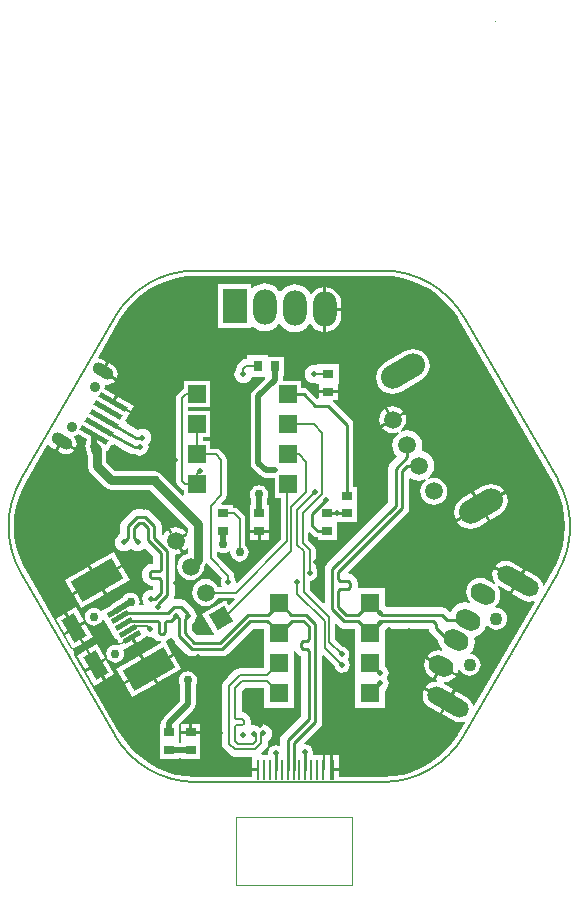
<source format=gtl>
%FSLAX25Y25*%
%MOIN*%
G70*
G01*
G75*
G04 Layer_Physical_Order=1*
G04 Layer_Color=255*
%ADD10R,0.05906X0.05906*%
%ADD11R,0.03347X0.02756*%
G04:AMPARAMS|DCode=12|XSize=62.99mil|YSize=17.72mil|CornerRadius=0mil|HoleSize=0mil|Usage=FLASHONLY|Rotation=210.000|XOffset=0mil|YOffset=0mil|HoleType=Round|Shape=Rectangle|*
%AMROTATEDRECTD12*
4,1,4,0.02285,0.02342,0.03171,0.00808,-0.02285,-0.02342,-0.03171,-0.00808,0.02285,0.02342,0.0*
%
%ADD12ROTATEDRECTD12*%

G04:AMPARAMS|DCode=13|XSize=86.61mil|YSize=47.24mil|CornerRadius=0mil|HoleSize=0mil|Usage=FLASHONLY|Rotation=300.000|XOffset=0mil|YOffset=0mil|HoleType=Round|Shape=Rectangle|*
%AMROTATEDRECTD13*
4,1,4,-0.04211,0.02569,-0.00120,0.04932,0.04211,-0.02569,0.00120,-0.04932,-0.04211,0.02569,0.0*
%
%ADD13ROTATEDRECTD13*%

G04:AMPARAMS|DCode=14|XSize=157.48mil|YSize=78.74mil|CornerRadius=0mil|HoleSize=0mil|Usage=FLASHONLY|Rotation=30.000|XOffset=0mil|YOffset=0mil|HoleType=Round|Shape=Rectangle|*
%AMROTATEDRECTD14*
4,1,4,-0.04851,-0.07347,-0.08788,-0.00528,0.04851,0.07347,0.08788,0.00528,-0.04851,-0.07347,0.0*
%
%ADD14ROTATEDRECTD14*%

%ADD15R,0.02756X0.03347*%
G04:AMPARAMS|DCode=16|XSize=102.36mil|YSize=17.72mil|CornerRadius=0mil|HoleSize=0mil|Usage=FLASHONLY|Rotation=330.000|XOffset=0mil|YOffset=0mil|HoleType=Round|Shape=Rectangle|*
%AMROTATEDRECTD16*
4,1,4,-0.04875,0.01792,-0.03990,0.03326,0.04875,-0.01792,0.03990,-0.03326,-0.04875,0.01792,0.0*
%
%ADD16ROTATEDRECTD16*%

%ADD17R,0.00984X0.07087*%
%ADD18R,0.00984X0.07087*%
%ADD19R,0.01772X0.07087*%
%ADD20C,0.03000*%
%ADD21C,0.02000*%
%ADD22C,0.01000*%
%ADD23C,0.00800*%
%ADD24C,0.00600*%
%ADD25C,0.00250*%
%ADD26C,0.00500*%
%ADD27O,0.07874X0.11811*%
%ADD28R,0.07874X0.11811*%
%ADD29C,0.02953*%
%ADD30P,0.08352X4X165.0*%
%ADD31C,0.05906*%
G04:AMPARAMS|DCode=32|XSize=157.48mil|YSize=78.74mil|CornerRadius=0mil|HoleSize=0mil|Usage=FLASHONLY|Rotation=210.000|XOffset=0mil|YOffset=0mil|HoleType=Round|Shape=Round|*
%AMOVALD32*
21,1,0.07874,0.07874,0.00000,0.00000,210.0*
1,1,0.07874,0.03410,0.01969*
1,1,0.07874,-0.03410,-0.01969*
%
%ADD32OVALD32*%

%ADD33C,0.04331*%
G04:AMPARAMS|DCode=34|XSize=150mil|YSize=60mil|CornerRadius=0mil|HoleSize=0mil|Usage=FLASHONLY|Rotation=150.000|XOffset=0mil|YOffset=0mil|HoleType=Round|Shape=Round|*
%AMOVALD34*
21,1,0.09000,0.06000,0.00000,0.00000,150.0*
1,1,0.06000,0.03897,-0.02250*
1,1,0.06000,-0.03897,0.02250*
%
%ADD34OVALD34*%

G04:AMPARAMS|DCode=35|XSize=86.61mil|YSize=62.99mil|CornerRadius=0mil|HoleSize=0mil|Usage=FLASHONLY|Rotation=150.000|XOffset=0mil|YOffset=0mil|HoleType=Round|Shape=Round|*
%AMOVALD35*
21,1,0.02362,0.06299,0.00000,0.00000,150.0*
1,1,0.06299,0.01023,-0.00591*
1,1,0.06299,-0.01023,0.00591*
%
%ADD35OVALD35*%

%ADD36C,0.03543*%
G04:AMPARAMS|DCode=37|XSize=74.8mil|YSize=39.37mil|CornerRadius=0mil|HoleSize=0mil|Usage=FLASHONLY|Rotation=330.000|XOffset=0mil|YOffset=0mil|HoleType=Round|Shape=Round|*
%AMOVALD37*
21,1,0.03543,0.03937,0.00000,0.00000,330.0*
1,1,0.03937,-0.01534,0.00886*
1,1,0.03937,0.01534,-0.00886*
%
%ADD37OVALD37*%

%ADD38C,0.02000*%
%ADD39C,0.03000*%
%ADD40C,0.00100*%
G36*
X391751Y321917D02*
Y321111D01*
X391664Y320998D01*
X391362Y320268D01*
X391259Y319485D01*
X391362Y318702D01*
X391664Y317972D01*
X391760Y317846D01*
X391751Y317800D01*
X391945Y316825D01*
X392174Y316482D01*
Y312800D01*
X392277Y312017D01*
X392491Y311501D01*
X392580Y311287D01*
X393060Y310660D01*
X393931Y309790D01*
X394260Y309360D01*
X394690Y309031D01*
X397855Y305866D01*
X398481Y305385D01*
X398695Y305296D01*
X399211Y305083D01*
X399994Y304980D01*
X412995D01*
X425674Y292300D01*
Y290503D01*
X425201Y290342D01*
X425290Y290226D01*
X425483Y289760D01*
X422083Y287798D01*
X424046Y284398D01*
X424576Y284805D01*
X425201Y285619D01*
X425674Y285459D01*
Y283716D01*
X425238Y283659D01*
X424154Y283210D01*
X423224Y282496D01*
X422510Y281566D01*
X422062Y280483D01*
X421909Y279321D01*
X422062Y278158D01*
X422510Y277075D01*
X423224Y276145D01*
X424154Y275431D01*
X425238Y274982D01*
X426400Y274829D01*
X427562Y274982D01*
X428646Y275431D01*
X429576Y276145D01*
X430289Y277075D01*
X430738Y278158D01*
X430891Y279321D01*
X430866Y279515D01*
X431112Y279836D01*
X431320Y280108D01*
X431446Y280410D01*
X431450Y280420D01*
X431940Y280518D01*
X436940Y275518D01*
X436645Y275076D01*
X436451Y274100D01*
X436645Y273125D01*
X436771Y272937D01*
X436535Y272496D01*
X435459D01*
X435289Y272906D01*
X434576Y273836D01*
X433646Y274550D01*
X432562Y274998D01*
X431400Y275151D01*
X430238Y274998D01*
X429154Y274550D01*
X428224Y273836D01*
X427510Y272906D01*
X427062Y271823D01*
X426909Y270660D01*
X427062Y269498D01*
X427510Y268415D01*
X428224Y267484D01*
X429154Y266771D01*
X430238Y266322D01*
X431400Y266169D01*
X432562Y266322D01*
X433646Y266771D01*
X434576Y267484D01*
X435289Y268415D01*
X435459Y268825D01*
X440976D01*
X441168Y268363D01*
X439366Y266562D01*
X438870Y266627D01*
X438030Y268083D01*
X430317Y263630D01*
X434213Y256882D01*
X433963Y256449D01*
X428656D01*
X426949Y258156D01*
Y260207D01*
X427540Y260660D01*
X428020Y261287D01*
X428323Y262017D01*
X428426Y262800D01*
X428323Y263583D01*
X428020Y264313D01*
X427581Y264885D01*
X427202Y265452D01*
X425052Y267602D01*
X424226Y268155D01*
X423250Y268349D01*
X421087D01*
X420851Y268790D01*
X420855Y268796D01*
X421049Y269772D01*
Y283182D01*
X421400Y283490D01*
X422562Y283643D01*
X423180Y283898D01*
X420967Y287730D01*
D01*
X420441Y288642D01*
X420992Y288274D01*
X421671Y288139D01*
X421675Y288138D01*
X422358Y288274D01*
X422937Y288661D01*
X423323Y289240D01*
X423420Y289724D01*
X424983Y290626D01*
X424576Y291157D01*
X423646Y291870D01*
X422562Y292319D01*
X421400Y292472D01*
X420238Y292319D01*
X419620Y292063D01*
X420260Y290955D01*
X420026Y290605D01*
X419890Y289922D01*
X419989Y289424D01*
X418754Y291563D01*
X418224Y291157D01*
X417511Y290226D01*
X417376Y289901D01*
X417135Y289853D01*
X416749Y290170D01*
Y292928D01*
X416555Y293904D01*
X416002Y294731D01*
X413131Y297602D01*
X412304Y298155D01*
X411328Y298349D01*
X408372D01*
X407396Y298155D01*
X406569Y297602D01*
X403698Y294731D01*
X403145Y293904D01*
X402951Y292928D01*
Y290130D01*
X402687Y290020D01*
X402060Y289540D01*
X401580Y288913D01*
X401277Y288183D01*
X401174Y287400D01*
X401277Y286617D01*
X401580Y285887D01*
X402060Y285260D01*
X402687Y284780D01*
X403417Y284477D01*
X404200Y284374D01*
X404983Y284477D01*
X405713Y284780D01*
X406340Y285260D01*
X406660D01*
X407287Y284780D01*
X408017Y284477D01*
X408800Y284374D01*
X409583Y284477D01*
X410313Y284780D01*
X410940Y285260D01*
X411362Y285288D01*
X413951Y282699D01*
Y280249D01*
X413356D01*
X412380Y280055D01*
X411553Y279502D01*
X411003Y278952D01*
X410451Y278126D01*
X410257Y277150D01*
Y276050D01*
X410257Y276050D01*
X410257D01*
X410451Y275075D01*
X411003Y274248D01*
X411553Y273698D01*
X412380Y273145D01*
X413356Y272951D01*
X413951D01*
Y271919D01*
X413575Y271590D01*
X413300Y271626D01*
X412517Y271523D01*
X411787Y271220D01*
X411160Y270740D01*
X410679Y270113D01*
X410377Y269383D01*
X410274Y268600D01*
X410377Y267817D01*
X410679Y267087D01*
X410825Y266897D01*
X410604Y266449D01*
X409654D01*
X409324Y266825D01*
X409426Y267600D01*
X409323Y268383D01*
X409021Y269113D01*
X408540Y269740D01*
X407913Y270220D01*
X407183Y270523D01*
X406400Y270626D01*
X405617Y270523D01*
X404887Y270220D01*
X404260Y269740D01*
X403780Y269113D01*
X403672Y268854D01*
X400315Y266809D01*
X399766Y266305D01*
X396522Y264432D01*
X396301Y264720D01*
X395679Y265197D01*
X394955Y265497D01*
X394179Y265599D01*
X393402Y265497D01*
X392677Y265197D01*
X392056Y264720D01*
X391579Y264098D01*
X391279Y263374D01*
X391176Y262597D01*
X391279Y261820D01*
X391579Y261096D01*
X392056Y260474D01*
X392677Y259997D01*
X393402Y259697D01*
X394179Y259595D01*
X394955Y259697D01*
X395679Y259997D01*
X396301Y260474D01*
X396778Y261096D01*
X396962Y261540D01*
X397461Y261573D01*
X399904Y257342D01*
X399904Y257342D01*
X401183Y255126D01*
X401310Y255199D01*
X401793Y255070D01*
X402646Y253593D01*
X406673Y255918D01*
X406759Y255769D01*
X407192Y256018D01*
X408385Y253951D01*
X411979Y256026D01*
X411979Y256026D01*
X411979Y256026D01*
X412009Y256055D01*
X412024Y256045D01*
X413000Y255851D01*
X413675Y255985D01*
X413898Y255651D01*
X414448Y255101D01*
X414448D01*
X414448Y255101D01*
X414448Y255101D01*
Y255101D01*
X415274Y254549D01*
X416250Y254355D01*
X416488D01*
X416617Y253872D01*
X410137Y250130D01*
X412605Y245855D01*
X420290Y250292D01*
X418098Y254089D01*
X418304Y254545D01*
X418326Y254549D01*
X419152Y255101D01*
X419485Y255434D01*
X419664Y255470D01*
X420033Y255358D01*
X420045Y255296D01*
X420598Y254469D01*
X424969Y250098D01*
X424969D01*
X424969Y250098D01*
X424969Y250098D01*
Y250098D01*
X425796Y249545D01*
X426772Y249351D01*
X437000D01*
X437976Y249545D01*
X438802Y250098D01*
X447356Y258651D01*
X450793D01*
Y252147D01*
X450793Y252147D01*
X450793Y252053D01*
X450793D01*
Y245447D01*
X442754D01*
X441818Y245261D01*
X441024Y244730D01*
X438717Y242423D01*
X438717Y242423D01*
X438717Y242423D01*
D01*
X438717Y242423D01*
X437570Y241276D01*
X437039Y240482D01*
X437008Y240327D01*
X436853Y239546D01*
Y237000D01*
Y235800D01*
Y220200D01*
X437008Y219419D01*
X437039Y219264D01*
X437570Y218470D01*
X439370Y216670D01*
X439900Y216315D01*
X440164Y216139D01*
X441100Y215953D01*
X446908D01*
Y212000D01*
X448876D01*
Y211000D01*
X446908D01*
Y209284D01*
X428100D01*
X427980Y209260D01*
X424803Y209439D01*
X421548Y209992D01*
X418375Y210906D01*
X415324Y212170D01*
X412434Y213767D01*
X409741Y215678D01*
X407279Y217878D01*
X405078Y220340D01*
X403167Y223033D01*
X402635Y223997D01*
X402626Y223992D01*
X387643Y249943D01*
X387678Y250119D01*
X387542Y250802D01*
X387155Y251381D01*
D01*
X387096Y251678D01*
X387203Y251837D01*
D01*
D01*
X387203D01*
X387226Y251850D01*
X387509Y252014D01*
X387509Y252014D01*
X390114Y253518D01*
X387449Y258135D01*
X384537Y256453D01*
X387026Y252143D01*
D01*
X387110Y251997D01*
X387080Y251968D01*
D01*
X386980Y251874D01*
X386485Y251948D01*
X371431Y278022D01*
X371435Y278036D01*
X371435Y278036D01*
X371435Y278036D01*
X370371Y279963D01*
X369107Y283013D01*
X368193Y286187D01*
X367640Y289442D01*
X367455Y292739D01*
X367640Y296036D01*
X368193Y299291D01*
X369107Y302464D01*
X370371Y305515D01*
X371435Y307441D01*
X371435Y307441D01*
X371435Y307441D01*
X371431Y307456D01*
X378587Y319849D01*
X379086Y319882D01*
X379376Y319504D01*
X380100Y318948D01*
X381201Y318313D01*
X382951Y321343D01*
X383383Y321094D01*
X383633Y321526D01*
X388141Y318923D01*
X388297Y319301D01*
X388416Y320206D01*
X388297Y321112D01*
X387948Y321956D01*
X387392Y322680D01*
X387403Y322724D01*
X387646Y322756D01*
X388442Y323086D01*
X388993Y323509D01*
X391751Y321917D01*
D02*
G37*
G36*
X461487Y250773D02*
X462112Y250148D01*
X462939Y249595D01*
X463151Y249553D01*
Y229456D01*
X456909Y223213D01*
X456356Y222387D01*
X456162Y221411D01*
Y219868D01*
X455775Y219550D01*
X454806Y219743D01*
X453830Y219549D01*
X453003Y218997D01*
X452451Y218170D01*
X452256Y217195D01*
X452309Y216930D01*
X451992Y216543D01*
X450103D01*
X449911Y217005D01*
X451580Y218674D01*
X452111Y219468D01*
X452297Y220404D01*
Y221298D01*
X452640Y221560D01*
X453121Y222187D01*
X453423Y222917D01*
X453526Y223700D01*
X453423Y224483D01*
X453121Y225213D01*
X452640Y225840D01*
X452013Y226321D01*
X451283Y226623D01*
X450500Y226726D01*
X449717Y226623D01*
X448987Y226321D01*
X448707Y226106D01*
X448183Y226323D01*
X447400Y226426D01*
X446831Y226351D01*
X446489Y226716D01*
X446526Y226900D01*
X446526Y226900D01*
X446526Y226900D01*
Y226900D01*
Y227900D01*
X446339Y228836D01*
X445809Y229630D01*
X445309Y230130D01*
X444515Y230661D01*
X444360Y230692D01*
X443579Y230847D01*
X443547D01*
Y236000D01*
Y237786D01*
X444514Y238753D01*
X450793D01*
Y232147D01*
X460698D01*
Y242053D01*
D01*
Y242053D01*
X460698Y242053D01*
Y242147D01*
X460698D01*
Y251092D01*
X461177Y251237D01*
X461487Y250773D01*
D02*
G37*
G36*
X493796Y376039D02*
X497051Y375486D01*
X500224Y374571D01*
X503275Y373308D01*
X506165Y371710D01*
X508858Y369800D01*
X511320Y367599D01*
X513521Y365137D01*
X515432Y362444D01*
X515964Y361480D01*
X515974Y361486D01*
X547168Y307456D01*
X547164Y307441D01*
X547164Y307441D01*
X547164Y307441D01*
X548229Y305515D01*
X549492Y302464D01*
X550406Y299291D01*
X550959Y296036D01*
X551145Y292739D01*
X550959Y289442D01*
X550406Y286187D01*
X549492Y283013D01*
X548229Y279963D01*
X547164Y278036D01*
X547164Y278036D01*
X547164Y278036D01*
X547168Y278022D01*
X544227Y272929D01*
X543737Y273026D01*
X543695Y273341D01*
X543242Y274436D01*
X542521Y275376D01*
X541581Y276097D01*
X538117Y278097D01*
X535847Y274166D01*
D01*
X533578Y270236D01*
X537042Y268236D01*
X538136Y267782D01*
X539311Y267628D01*
X540486Y267782D01*
X540779Y267904D01*
X541109Y267528D01*
X520999Y232696D01*
X520509Y232794D01*
X520467Y233108D01*
X520014Y234203D01*
X519292Y235143D01*
X518352Y235864D01*
X514888Y237864D01*
X512618Y233933D01*
D01*
X510349Y230003D01*
X513814Y228003D01*
X514908Y227549D01*
X516083Y227395D01*
X517258Y227549D01*
X517551Y227671D01*
X517880Y227295D01*
X515974Y223992D01*
X515964Y223997D01*
X515964D01*
X515432Y223033D01*
X513521Y220340D01*
X511320Y217878D01*
X508858Y215678D01*
X506165Y213767D01*
X503275Y212170D01*
X500224Y210906D01*
X497051Y209992D01*
X493796Y209439D01*
X490619Y209260D01*
X490499Y209284D01*
X475892D01*
Y211000D01*
X473505D01*
Y211499D01*
X473006D01*
Y216543D01*
X471054D01*
Y211499D01*
X470577D01*
Y216543D01*
X467391D01*
X467074Y216930D01*
X467197Y217548D01*
X467003Y218524D01*
X466450Y219350D01*
X465624Y219903D01*
X464648Y220097D01*
X464472Y220062D01*
X464236Y220503D01*
X469502Y225769D01*
X470055Y226596D01*
X470249Y227572D01*
Y249658D01*
X470711Y249849D01*
X474398Y246162D01*
X474545Y245425D01*
X475098Y244598D01*
X475924Y244045D01*
X476900Y243851D01*
X477876Y244045D01*
X478702Y244598D01*
X479255Y245425D01*
X479449Y246400D01*
X479255Y247375D01*
X478702Y248202D01*
D01*
X479155Y249025D01*
X479155Y249025D01*
X479349Y250000D01*
X479155Y250975D01*
X478602Y251802D01*
X477775Y252355D01*
X477038Y252502D01*
X474437Y255102D01*
Y260005D01*
X474899Y260196D01*
X475698Y259398D01*
X476525Y258845D01*
X477500Y258651D01*
X481044D01*
X481147Y258548D01*
Y252406D01*
X481147Y252406D01*
X481147D01*
X481147Y252247D01*
Y252053D01*
D01*
D01*
D01*
D01*
X481147D01*
Y242147D01*
X481147Y242147D01*
X481147Y242053D01*
X481147D01*
Y232147D01*
X491053D01*
Y237887D01*
X491540Y238260D01*
X492021Y238887D01*
X492323Y239617D01*
X492426Y240400D01*
X492323Y241183D01*
X492021Y241913D01*
X491877Y242100D01*
X492021Y242287D01*
X492323Y243017D01*
X492426Y243800D01*
X492323Y244583D01*
X492021Y245313D01*
X491540Y245940D01*
X491053Y246313D01*
Y251894D01*
X491053Y251894D01*
D01*
D01*
X491053Y252053D01*
Y252080D01*
Y252150D01*
X491053Y252247D01*
D01*
X491053Y252406D01*
X491053Y252406D01*
X491053D01*
Y257987D01*
X491540Y258360D01*
X491763Y258651D01*
X505781D01*
X505945Y257824D01*
X506498Y256998D01*
X508868Y254628D01*
X508947Y254029D01*
X509465Y252776D01*
X510291Y251700D01*
X510342Y251661D01*
X510146Y251188D01*
X508932Y251348D01*
X507718Y251188D01*
X506587Y250720D01*
X505616Y249974D01*
X505178Y249403D01*
X510206Y246500D01*
D01*
X515232Y243598D01*
X515508Y244263D01*
X515593Y244910D01*
X516088Y244975D01*
X516169Y244780D01*
X516757Y244014D01*
X517522Y243427D01*
X518414Y243057D01*
X519371Y242932D01*
X520328Y243057D01*
X521219Y243427D01*
X521985Y244014D01*
X522573Y244780D01*
X522942Y245672D01*
X523068Y246628D01*
X522942Y247585D01*
X522573Y248477D01*
X521985Y249243D01*
X521219Y249830D01*
X520328Y250200D01*
X519747Y250276D01*
X519682Y250519D01*
X520507Y251595D01*
X521026Y252848D01*
X521203Y254192D01*
X521026Y255536D01*
X521017Y255558D01*
X521267Y255991D01*
X521290Y255994D01*
X522543Y256513D01*
X523619Y257338D01*
X524444Y258414D01*
X524917Y259555D01*
X525363Y259614D01*
X525424Y259606D01*
X525615Y259357D01*
X526381Y258770D01*
X527272Y258401D01*
X528229Y258275D01*
X529186Y258401D01*
X530078Y258770D01*
X530843Y259357D01*
X531431Y260123D01*
X531800Y261015D01*
X531926Y261971D01*
X531800Y262928D01*
X531431Y263820D01*
X530843Y264586D01*
X530078Y265173D01*
X529186Y265543D01*
X528229Y265669D01*
X528099Y265651D01*
X527908Y266113D01*
X528294Y266410D01*
X529039Y267381D01*
X529508Y268512D01*
X529668Y269726D01*
X529508Y270940D01*
X529039Y272071D01*
X528666Y272557D01*
X529019Y272911D01*
X529248Y272736D01*
X532712Y270736D01*
X534731Y274233D01*
X527393Y278470D01*
X527133Y277841D01*
X526978Y276666D01*
X527133Y275492D01*
X527586Y274397D01*
X527936Y273942D01*
X527582Y273588D01*
X527323Y273787D01*
X525277Y274968D01*
X524146Y275437D01*
X522932Y275597D01*
X521718Y275437D01*
X520587Y274968D01*
X519616Y274223D01*
X518871Y273252D01*
X518402Y272121D01*
X518242Y270907D01*
X518402Y269693D01*
X518871Y268562D01*
X519616Y267591D01*
X519304Y267184D01*
X519245Y267209D01*
X517901Y267386D01*
X516556Y267209D01*
X515304Y266690D01*
X514228Y265865D01*
X513402Y264789D01*
X513227Y264366D01*
X512737Y264268D01*
X512002Y265002D01*
X511175Y265555D01*
X510200Y265749D01*
X491763D01*
X491540Y266040D01*
X491053Y266413D01*
Y272153D01*
X482486D01*
X482169Y272539D01*
X482176Y272575D01*
Y273825D01*
X481982Y274800D01*
X481429Y275627D01*
X480804Y276252D01*
X479978Y276805D01*
X479002Y276999D01*
X478886Y277281D01*
X498602Y296998D01*
X499155Y297825D01*
X499349Y298800D01*
Y308594D01*
X499797Y308815D01*
X500081Y308598D01*
X501286Y308099D01*
X502579Y307928D01*
X503872Y308099D01*
X504566Y308386D01*
X504816Y307953D01*
X504324Y307576D01*
X503611Y306646D01*
X503162Y305562D01*
X503009Y304400D01*
X503162Y303238D01*
X503611Y302154D01*
X504324Y301224D01*
X505254Y300511D01*
X506338Y300062D01*
X507500Y299909D01*
X508662Y300062D01*
X509746Y300511D01*
X510676Y301224D01*
X511389Y302154D01*
X511838Y303238D01*
X511991Y304400D01*
X511838Y305562D01*
X511389Y306646D01*
X510676Y307576D01*
X509746Y308290D01*
X508662Y308738D01*
X507500Y308891D01*
X506338Y308738D01*
X505765Y308501D01*
X505515Y308934D01*
X506111Y309391D01*
X506905Y310426D01*
X507404Y311631D01*
X507574Y312924D01*
X507404Y314217D01*
X506905Y315422D01*
X506111Y316456D01*
X505077Y317250D01*
X503872Y317749D01*
X503620Y317782D01*
X503370Y318215D01*
X503467Y318450D01*
X503637Y319743D01*
X503467Y321036D01*
X502968Y322241D01*
X502174Y323275D01*
X501140Y324069D01*
X499935Y324568D01*
X498642Y324739D01*
X497349Y324568D01*
X496655Y324281D01*
X496405Y324714D01*
X496896Y325091D01*
X497610Y326021D01*
X498059Y327104D01*
X498212Y328267D01*
X498059Y329429D01*
X497803Y330046D01*
X493971Y327834D01*
D01*
X490138Y325621D01*
X490545Y325091D01*
X491475Y324377D01*
X492558Y323928D01*
X493720Y323776D01*
X494883Y323928D01*
X495455Y324166D01*
X495705Y323733D01*
X495110Y323275D01*
X494316Y322241D01*
X493817Y321036D01*
X493646Y319743D01*
X493817Y318450D01*
X494316Y317245D01*
X495110Y316211D01*
X495132Y315865D01*
X492998Y313731D01*
X492445Y312904D01*
X492251Y311928D01*
Y300684D01*
X471798Y280231D01*
X471245Y279404D01*
X471051Y278428D01*
Y267242D01*
X470589Y267051D01*
X466137Y271502D01*
Y274658D01*
X467075Y274845D01*
X467902Y275398D01*
X468455Y276224D01*
X468649Y277200D01*
X468455Y278175D01*
X468037Y278801D01*
Y284800D01*
X467890Y285541D01*
X467470Y286170D01*
X465637Y288002D01*
Y290626D01*
X466099Y290817D01*
X467264Y289653D01*
X467925Y289211D01*
X468706Y289055D01*
X468827D01*
Y288216D01*
X475173D01*
Y293972D01*
D01*
Y293972D01*
X475323Y294122D01*
X475427D01*
Y294122D01*
X481773D01*
Y299878D01*
D01*
Y299878D01*
X481773Y299878D01*
Y300028D01*
X481773D01*
Y305784D01*
X480639D01*
Y326600D01*
X480639Y326600D01*
X480484Y327380D01*
X480042Y328042D01*
X480042Y328042D01*
X473742Y334342D01*
X473856Y334717D01*
X475373D01*
Y337094D01*
X469027D01*
Y335410D01*
X468565Y335219D01*
X465542Y338242D01*
X464880Y338684D01*
X464100Y338839D01*
X463307D01*
Y341253D01*
X457334D01*
X457049Y341600D01*
Y342927D01*
X457478D01*
Y349273D01*
X452072D01*
Y349773D01*
X445317D01*
Y348547D01*
X445000D01*
X444219Y348392D01*
X444064Y348361D01*
X443270Y347830D01*
X442270Y346830D01*
X441739Y346036D01*
X441708Y345881D01*
X441564Y345153D01*
X441379Y344913D01*
X441077Y344183D01*
X440974Y343400D01*
X441077Y342617D01*
X441379Y341887D01*
X441860Y341260D01*
X442487Y340779D01*
X443217Y340477D01*
X444000Y340374D01*
X444783Y340477D01*
X445513Y340779D01*
X446140Y341260D01*
X446621Y341887D01*
X446844Y342427D01*
X451069D01*
X451260Y341965D01*
X447198Y337902D01*
X446645Y337075D01*
X446451Y336100D01*
Y313900D01*
X446451Y313900D01*
X446451D01*
X446645Y312925D01*
X447198Y312098D01*
X449598Y309698D01*
X450424Y309145D01*
X451400Y308951D01*
X454402D01*
Y302247D01*
X456665D01*
Y288460D01*
X441970Y273766D01*
X441529Y274002D01*
X441549Y274100D01*
X441355Y275076D01*
X440937Y275701D01*
Y276198D01*
X440790Y276939D01*
X440370Y277568D01*
X435037Y282900D01*
Y284190D01*
X435486Y284411D01*
X435787Y284179D01*
X436517Y283877D01*
X437300Y283774D01*
X438083Y283877D01*
X438813Y284179D01*
X439279Y284537D01*
X439712Y284287D01*
X439674Y284000D01*
X439777Y283217D01*
X440079Y282487D01*
X440560Y281860D01*
X441187Y281380D01*
X441917Y281077D01*
X442700Y280974D01*
X443483Y281077D01*
X444213Y281380D01*
X444840Y281860D01*
X445321Y282487D01*
X445623Y283217D01*
X445726Y284000D01*
X445623Y284783D01*
X445321Y285513D01*
X444840Y286140D01*
X444637Y286295D01*
Y295200D01*
X444490Y295941D01*
X444070Y296570D01*
X442264Y298375D01*
X441636Y298795D01*
X440895Y298943D01*
X440373D01*
Y299884D01*
X436776D01*
X436585Y300345D01*
X437870Y301630D01*
X438290Y302259D01*
X438437Y303000D01*
Y314900D01*
X438290Y315641D01*
X437870Y316270D01*
X436070Y318070D01*
X435441Y318490D01*
X434700Y318637D01*
X432953D01*
Y321153D01*
X430437D01*
Y322347D01*
X432953D01*
Y331253D01*
X425537D01*
Y332347D01*
X432953D01*
Y341253D01*
X424047D01*
Y338582D01*
X423430Y338170D01*
X422230Y336970D01*
X421810Y336341D01*
X421663Y335600D01*
Y307700D01*
X421810Y306959D01*
X422230Y306330D01*
X423230Y305330D01*
X423859Y304910D01*
X424047Y304873D01*
Y303139D01*
X423585Y302947D01*
X417196Y309337D01*
X417121Y309519D01*
X416640Y310145D01*
X416013Y310626D01*
X415283Y310928D01*
X414500Y311031D01*
X401248D01*
X398226Y314053D01*
Y316900D01*
Y317678D01*
X398659Y317929D01*
X398838Y317825D01*
X399987Y319813D01*
X400469Y319943D01*
X400596Y319869D01*
X400737Y320114D01*
X403936Y318287D01*
X403978Y318272D01*
X404013Y318244D01*
X405913Y317244D01*
X406207Y317157D01*
X406525Y316945D01*
X407500Y316751D01*
X407794D01*
X407887Y316680D01*
X408617Y316377D01*
X409400Y316274D01*
X410183Y316377D01*
X410913Y316680D01*
X411540Y317160D01*
X412020Y317787D01*
X412323Y318517D01*
X412426Y319300D01*
X412324Y320072D01*
X412440Y320160D01*
X412921Y320787D01*
X413223Y321517D01*
X413326Y322300D01*
X413223Y323083D01*
X412921Y323813D01*
X412440Y324440D01*
X411813Y324921D01*
X411083Y325223D01*
X410300Y325326D01*
X409517Y325223D01*
X408787Y324921D01*
X408713Y324864D01*
X404823Y327190D01*
X405057Y327595D01*
X404624Y327845D01*
X405138Y328735D01*
X405138Y328735D01*
X405138D01*
X406081Y330368D01*
X400348Y333678D01*
X400598Y334110D01*
X400166Y334360D01*
X401359Y336427D01*
X397678Y338552D01*
X397769Y339241D01*
X397711Y339677D01*
X398065Y340031D01*
X398575Y339964D01*
X399481Y340083D01*
X400325Y340432D01*
X401049Y340988D01*
X401298Y341313D01*
X396790Y343915D01*
X397040Y344347D01*
X396608Y344597D01*
X398357Y347627D01*
X397256Y348263D01*
X396412Y348613D01*
X395507Y348732D01*
X395376Y348928D01*
X402626Y361486D01*
X402635Y361480D01*
X403167Y362444D01*
X405078Y365137D01*
X407279Y367599D01*
X409741Y369800D01*
X412434Y371710D01*
X415324Y373308D01*
X418375Y374571D01*
X421548Y375486D01*
X424803Y376039D01*
X427980Y376217D01*
X428100Y376193D01*
X490499D01*
X490619Y376217D01*
X493796Y376039D01*
D02*
G37*
%LPC*%
G36*
X391370Y251343D02*
X388459Y249661D01*
X391124Y245045D01*
X394036Y246726D01*
X391370Y251343D01*
D02*
G37*
G36*
X395148Y253524D02*
X392236Y251843D01*
X394902Y247226D01*
X397814Y248907D01*
X395148Y253524D01*
D02*
G37*
G36*
X398313Y248041D02*
X395402Y246360D01*
X398067Y241743D01*
X400979Y243425D01*
X398313Y248041D01*
D02*
G37*
G36*
X504678Y248537D02*
X504402Y247872D01*
X504242Y246658D01*
X504402Y245444D01*
X504871Y244313D01*
X505616Y243342D01*
X506587Y242597D01*
X507177Y242256D01*
X509272Y245885D01*
X504678Y248537D01*
D02*
G37*
G36*
X388061Y265798D02*
X385150Y264117D01*
X387815Y259501D01*
X390727Y261182D01*
X388061Y265798D01*
D02*
G37*
G36*
X395113Y274152D02*
X387428Y269715D01*
X389896Y265439D01*
X397582Y269876D01*
X395113Y274152D01*
D02*
G37*
G36*
X384284Y263617D02*
X381372Y261936D01*
X384037Y257319D01*
X386949Y259001D01*
X384284Y263617D01*
D02*
G37*
G36*
X406576Y255085D02*
X402982Y253010D01*
X402728Y253451D01*
X402398Y253075D01*
X402042Y253222D01*
X401265Y253325D01*
X400488Y253222D01*
X399764Y252922D01*
X399142Y252445D01*
X398665Y251824D01*
X398365Y251099D01*
X398263Y250323D01*
X398365Y249546D01*
X398665Y248821D01*
X399142Y248200D01*
X399764Y247723D01*
X400488Y247423D01*
X401265Y247321D01*
X402042Y247423D01*
X402766Y247723D01*
X403388Y248200D01*
X403865Y248821D01*
X404165Y249546D01*
X404267Y250323D01*
X404165Y251099D01*
X404026Y251435D01*
X407519Y253451D01*
X406576Y255085D01*
D02*
G37*
G36*
X391227Y260316D02*
X388315Y258634D01*
X390981Y254018D01*
X393892Y255699D01*
X391227Y260316D01*
D02*
G37*
G36*
X504165Y238237D02*
X503905Y237608D01*
X503750Y236434D01*
X503905Y235259D01*
X504358Y234164D01*
X505079Y233224D01*
X506019Y232503D01*
X509483Y230503D01*
X511503Y234001D01*
X504165Y238237D01*
D02*
G37*
G36*
X412239Y244489D02*
X404554Y240052D01*
X407022Y235776D01*
X414708Y240213D01*
X412239Y244489D01*
D02*
G37*
G36*
X429673Y226939D02*
X427000D01*
Y224561D01*
X429673D01*
Y226939D01*
D02*
G37*
G36*
X425500Y244426D02*
X424717Y244323D01*
X423987Y244021D01*
X423360Y243540D01*
X422880Y242913D01*
X422577Y242183D01*
X422474Y241400D01*
X422577Y240617D01*
X422880Y239887D01*
X422951Y239794D01*
Y234456D01*
X417398Y228902D01*
X416845Y228076D01*
X416651Y227100D01*
Y226878D01*
X416027D01*
Y221326D01*
X416027Y221326D01*
X416027D01*
X416027Y221122D01*
Y220972D01*
D01*
D01*
D01*
X416027D01*
D01*
Y215216D01*
X422373D01*
Y215546D01*
X423327D01*
Y215277D01*
X429673D01*
Y220829D01*
X429673Y220829D01*
D01*
D01*
X429673Y221033D01*
Y221049D01*
Y221108D01*
X429673Y221183D01*
X429673Y221387D01*
X429673Y221387D01*
X429673D01*
Y223561D01*
X423327D01*
Y221387D01*
X423327Y221387D01*
X423327D01*
X423327Y221183D01*
Y221033D01*
X423327D01*
X423327Y220643D01*
X422373D01*
Y220768D01*
Y220768D01*
D01*
D01*
X422373Y220972D01*
Y220988D01*
Y221047D01*
X422373Y221122D01*
X422373Y221326D01*
X422373Y221326D01*
X422373D01*
Y226668D01*
X427302Y231598D01*
X427855Y232424D01*
X428049Y233400D01*
X428049Y233400D01*
X428049Y233400D01*
Y233400D01*
Y239794D01*
X428121Y239887D01*
X428423Y240617D01*
X428526Y241400D01*
X428423Y242183D01*
X428121Y242913D01*
X427640Y243540D01*
X427013Y244021D01*
X426283Y244323D01*
X425500Y244426D01*
D02*
G37*
G36*
X426000Y226939D02*
X423327D01*
Y224561D01*
X426000D01*
Y226939D01*
D02*
G37*
G36*
X475892Y216543D02*
X474006D01*
Y212000D01*
X475892D01*
Y216543D01*
D02*
G37*
G36*
X510138Y245385D02*
X508043Y241756D01*
X508619Y241424D01*
X508543Y241198D01*
X508441Y240952D01*
X508289Y240972D01*
X507114Y240818D01*
X506019Y240364D01*
X505079Y239643D01*
X504665Y239103D01*
X512003Y234867D01*
X514022Y238364D01*
X510595Y240343D01*
X510756Y240817D01*
X510978Y240787D01*
X512192Y240947D01*
X513323Y241416D01*
X514294Y242161D01*
X514732Y242732D01*
X510138Y245385D01*
D02*
G37*
G36*
X409270Y249630D02*
X401585Y245193D01*
X404054Y240918D01*
X411739Y245355D01*
X409270Y249630D01*
D02*
G37*
G36*
X394536Y245860D02*
X391624Y244179D01*
X394289Y239562D01*
X397201Y241244D01*
X394536Y245860D01*
D02*
G37*
G36*
X420790Y249426D02*
X413105Y244989D01*
X415574Y240713D01*
X423259Y245150D01*
X420790Y249426D01*
D02*
G37*
G36*
X403664Y279089D02*
X395979Y274652D01*
X398448Y270376D01*
X406133Y274813D01*
X403664Y279089D01*
D02*
G37*
G36*
X402225Y335927D02*
X401282Y334294D01*
X406581Y331235D01*
X407524Y332868D01*
X402225Y335927D01*
D02*
G37*
G36*
X500574Y351801D02*
X499155Y351614D01*
X497832Y351066D01*
X491013Y347129D01*
X489878Y346257D01*
X489006Y345122D01*
X488458Y343799D01*
X488271Y342380D01*
X488458Y340960D01*
X489006Y339638D01*
X489878Y338502D01*
X491013Y337631D01*
X492336Y337083D01*
X493755Y336896D01*
X495175Y337083D01*
X496497Y337631D01*
X503316Y341567D01*
X504452Y342439D01*
X505324Y343575D01*
X505871Y344897D01*
X506058Y346317D01*
X505871Y347736D01*
X505324Y349059D01*
X504452Y350194D01*
X503316Y351066D01*
X501994Y351614D01*
X500574Y351801D01*
D02*
G37*
G36*
X493720Y332758D02*
X492558Y332605D01*
X491941Y332349D01*
X493903Y328950D01*
X497303Y330912D01*
X496896Y331442D01*
X495966Y332156D01*
X494883Y332605D01*
X493720Y332758D01*
D02*
G37*
G36*
X383567Y320409D02*
X382067Y317813D01*
X383169Y317177D01*
X384013Y316827D01*
X384918Y316708D01*
X385823Y316827D01*
X386667Y317177D01*
X387392Y317733D01*
X387641Y318057D01*
X383567Y320409D01*
D02*
G37*
G36*
X491075Y331849D02*
X490545Y331442D01*
X489831Y330512D01*
X489382Y329429D01*
X489229Y328267D01*
X489382Y327104D01*
X489638Y326487D01*
X493037Y328450D01*
X491075Y331849D01*
D02*
G37*
G36*
X471600Y372406D02*
Y365519D01*
X476584D01*
Y366987D01*
X476397Y368407D01*
X475849Y369729D01*
X474978Y370865D01*
X473842Y371737D01*
X472519Y372285D01*
X471600Y372406D01*
D02*
G37*
G36*
X451100Y373741D02*
X449936Y373626D01*
X448817Y373286D01*
X447786Y372735D01*
X446989Y372081D01*
X446537Y372295D01*
Y373605D01*
X435663D01*
Y358794D01*
X446537D01*
Y359317D01*
X446989Y359531D01*
X447786Y358877D01*
X448817Y358326D01*
X449936Y357987D01*
X451100Y357872D01*
X452264Y357987D01*
X453383Y358326D01*
X454414Y358877D01*
X455318Y359619D01*
X455688Y360070D01*
X456188D01*
X456882Y359226D01*
X457786Y358484D01*
X458817Y357932D01*
X459936Y357593D01*
X461100Y357478D01*
X462264Y357593D01*
X463383Y357932D01*
X464414Y358484D01*
X465318Y359226D01*
X466026Y360088D01*
X466142Y360086D01*
X466785Y359742D01*
X467222Y359173D01*
X468358Y358301D01*
X469681Y357753D01*
X470600Y357632D01*
Y365018D01*
Y372406D01*
X469681Y372285D01*
X468358Y371737D01*
X467222Y370865D01*
X466765Y370269D01*
X466266Y370310D01*
X466060Y370695D01*
X465318Y371600D01*
X464414Y372341D01*
X463383Y372893D01*
X462264Y373232D01*
X461100Y373347D01*
X459936Y373232D01*
X458817Y372893D01*
X457786Y372341D01*
X456882Y371600D01*
X456511Y371149D01*
X456011D01*
X455318Y371993D01*
X454414Y372735D01*
X453383Y373286D01*
X452264Y373626D01*
X451100Y373741D01*
D02*
G37*
G36*
X476584Y364519D02*
X471600D01*
Y357632D01*
X472519Y357753D01*
X473842Y358301D01*
X474978Y359173D01*
X475849Y360309D01*
X476397Y361631D01*
X476584Y363050D01*
Y364519D01*
D02*
G37*
G36*
X399223Y347128D02*
X397724Y344531D01*
X401798Y342179D01*
X401955Y342557D01*
X402074Y343462D01*
X401955Y344367D01*
X401605Y345211D01*
X401049Y345936D01*
X400325Y346492D01*
X399223Y347128D01*
D02*
G37*
G36*
X475873Y346878D02*
X468527D01*
Y346770D01*
X468151Y346440D01*
X467500Y346526D01*
X466717Y346423D01*
X465987Y346121D01*
X465360Y345640D01*
X464880Y345013D01*
X464577Y344283D01*
X464474Y343500D01*
X464577Y342717D01*
X464880Y341987D01*
X465360Y341360D01*
X465987Y340880D01*
X466717Y340577D01*
X467500Y340474D01*
X468151Y340560D01*
X468527Y340230D01*
Y340122D01*
X469027D01*
Y338094D01*
X475373D01*
Y340122D01*
X475873D01*
Y346878D01*
D02*
G37*
G36*
X448700Y290595D02*
X446027D01*
Y288216D01*
X448700D01*
Y290595D01*
D02*
G37*
G36*
X452373D02*
X449700D01*
Y288216D01*
X452373D01*
Y290595D01*
D02*
G37*
G36*
X400696Y284230D02*
X393011Y279793D01*
X395479Y275518D01*
X403164Y279955D01*
X400696Y284230D01*
D02*
G37*
G36*
X392144Y279293D02*
X384459Y274856D01*
X386928Y270581D01*
X394613Y275018D01*
X392144Y279293D01*
D02*
G37*
G36*
X531517Y281205D02*
X530342Y281051D01*
X529248Y280597D01*
X528308Y279876D01*
X527893Y279336D01*
X535231Y275099D01*
X537251Y278597D01*
X533786Y280597D01*
X532692Y281051D01*
X531517Y281205D01*
D02*
G37*
G36*
X519974Y303841D02*
X516998Y302123D01*
X515862Y301251D01*
X514990Y300116D01*
X514443Y298793D01*
X514256Y297374D01*
X514443Y295954D01*
X514797Y295098D01*
X522466Y299525D01*
X519974Y303841D01*
D02*
G37*
G36*
X526559Y306795D02*
X525139Y306608D01*
X523817Y306060D01*
X520840Y304341D01*
X523332Y300025D01*
X531001Y304453D01*
X530437Y305188D01*
X529301Y306060D01*
X527978Y306608D01*
X526559Y306795D01*
D02*
G37*
G36*
X531501Y303587D02*
X523832Y299159D01*
X526324Y294843D01*
X529301Y296561D01*
X530437Y297433D01*
X531308Y298569D01*
X531856Y299891D01*
X532043Y301311D01*
X531856Y302730D01*
X531501Y303587D01*
D02*
G37*
G36*
X449200Y306426D02*
X448417Y306323D01*
X447687Y306020D01*
X447060Y305540D01*
X446580Y304913D01*
X446277Y304183D01*
X446174Y303400D01*
X446277Y302617D01*
X446580Y301887D01*
X446651Y301794D01*
Y299878D01*
X446027D01*
Y294326D01*
X446027Y294326D01*
X446027D01*
X446027Y294122D01*
Y293972D01*
D01*
D01*
D01*
X446027D01*
D01*
Y291595D01*
X452373D01*
Y293769D01*
X452373Y293769D01*
D01*
D01*
X452373Y293972D01*
Y293988D01*
Y294047D01*
X452373Y294122D01*
X452373Y294326D01*
X452373Y294326D01*
X452373D01*
Y299878D01*
X451749D01*
Y301794D01*
X451821Y301887D01*
X452123Y302617D01*
X452226Y303400D01*
X452123Y304183D01*
X451821Y304913D01*
X451340Y305540D01*
X450713Y306020D01*
X449983Y306323D01*
X449200Y306426D01*
D02*
G37*
G36*
X522966Y298659D02*
X515298Y294232D01*
X515862Y293496D01*
X516998Y292624D01*
X518320Y292077D01*
X519740Y291890D01*
X521159Y292077D01*
X522482Y292624D01*
X525458Y294343D01*
X522966Y298659D01*
D02*
G37*
%LPD*%
D10*
X458854Y336800D02*
D03*
Y326800D02*
D03*
X428500D02*
D03*
Y336800D02*
D03*
Y316700D02*
D03*
Y306700D02*
D03*
X458854D02*
D03*
Y316800D02*
D03*
X455746Y257100D02*
D03*
Y267200D02*
D03*
X486100D02*
D03*
Y257200D02*
D03*
Y237100D02*
D03*
Y247100D02*
D03*
X455746D02*
D03*
Y237100D02*
D03*
D11*
X426500Y218155D02*
D03*
Y224061D02*
D03*
X419200Y224000D02*
D03*
Y218094D02*
D03*
X449200Y291094D02*
D03*
Y297000D02*
D03*
X437200Y297006D02*
D03*
Y291100D02*
D03*
X478600Y302906D02*
D03*
Y297000D02*
D03*
X472000Y291094D02*
D03*
Y297000D02*
D03*
X472200Y337595D02*
D03*
Y343500D02*
D03*
D12*
X406759Y255768D02*
D03*
X405480Y257984D02*
D03*
X404200Y260200D02*
D03*
X402920Y262416D02*
D03*
X401641Y264632D02*
D03*
D13*
X387632Y258818D02*
D03*
X394719Y246543D02*
D03*
D14*
X395296Y274835D02*
D03*
X412422Y245172D02*
D03*
D15*
X448695Y346100D02*
D03*
X454600D02*
D03*
D16*
X394300Y323200D02*
D03*
X395875Y325928D02*
D03*
X397450Y328655D02*
D03*
X399024Y331383D02*
D03*
X400599Y334110D02*
D03*
D17*
X448900Y211500D02*
D03*
D18*
X450869D02*
D03*
X452837D02*
D03*
X454806D02*
D03*
X456774D02*
D03*
X458743D02*
D03*
X460711D02*
D03*
X462679D02*
D03*
X464648D02*
D03*
X466616D02*
D03*
X468585D02*
D03*
X470553D02*
D03*
D19*
X473506D02*
D03*
D20*
X394285Y319485D02*
X394300Y319469D01*
X395200Y318569D01*
Y316900D02*
Y318569D01*
Y312800D02*
Y316900D01*
X399994Y308005D02*
X414500D01*
Y307754D02*
Y308005D01*
X426400Y279321D02*
X428700Y281621D01*
Y293554D01*
X395200Y312800D02*
X399994Y308005D01*
X414500Y307754D02*
X428700Y293554D01*
D21*
X394300Y319469D02*
Y323200D01*
Y317800D02*
X395200Y316900D01*
X426439Y218094D02*
X426500Y218155D01*
X419200Y218094D02*
X426439D01*
X425500Y233400D02*
Y241400D01*
X419200Y227100D02*
X425500Y233400D01*
X419200Y224000D02*
Y227100D01*
X449200Y297000D02*
Y303400D01*
X401641Y264632D02*
X405200Y266800D01*
X406400Y267600D01*
X451400Y311500D02*
X454500D01*
X449000Y313900D02*
X451400Y311500D01*
X449000Y313900D02*
Y336100D01*
X454500Y341600D02*
Y343400D01*
X449000Y336100D02*
X454500Y341600D01*
Y346000D01*
X454600Y346100D01*
X437200Y286900D02*
X437300Y286800D01*
X437200Y291100D02*
X437300Y291000D01*
Y286800D02*
Y291000D01*
D22*
X475100Y297000D02*
X478600D01*
X464648Y211500D02*
Y217548D01*
X454806Y211500D02*
Y217195D01*
X416500Y270600D02*
Y274950D01*
X415950Y275500D02*
X416500Y274950D01*
X413356Y275500D02*
X415950D01*
X412806Y276050D02*
X413356Y275500D01*
X412806Y276050D02*
Y277150D01*
X413356Y277700D01*
X415950D01*
X416500Y278250D01*
Y283755D01*
X414500Y268600D02*
X416500Y270600D01*
X413300Y268600D02*
X414500D01*
X415514Y266786D02*
X415600Y266700D01*
Y265700D02*
Y266700D01*
X412200Y288055D02*
Y292100D01*
X415514Y266786D02*
X418500Y269772D01*
Y284584D01*
X414200Y288884D02*
Y292928D01*
X412200Y288055D02*
X416500Y283755D01*
X414200Y288884D02*
X418500Y284584D01*
X411328Y295800D02*
X414200Y292928D01*
X408372Y295800D02*
X411328D01*
X405500Y288700D02*
Y292928D01*
X410500Y293800D02*
X412200Y292100D01*
X409200Y293800D02*
X410500D01*
X405500Y292928D02*
X408372Y295800D01*
X407500Y292100D02*
X409200Y293800D01*
X407500Y288700D02*
Y292100D01*
Y288700D02*
X408800Y287400D01*
X404200D02*
X405500Y288700D01*
X410200Y322200D02*
X410300Y322300D01*
X408200Y322200D02*
X410200D01*
X407500Y319300D02*
X409400D01*
X405200Y320500D02*
X407100Y319500D01*
X398675Y324228D02*
X405200Y320500D01*
X400250Y326955D02*
X408200Y322200D01*
X508300Y258800D02*
Y260200D01*
X507300Y261200D02*
X508300Y260200D01*
X490100Y261200D02*
X507300D01*
X508300Y258800D02*
X512318Y254783D01*
X514986D01*
X510200Y263200D02*
X511798Y261602D01*
X518923D01*
X490100Y263200D02*
X510200D01*
X514986Y254783D02*
Y255414D01*
X489400Y263900D02*
X490100Y263200D01*
X489400Y260500D02*
X490100Y261200D01*
X486100Y237100D02*
X489400Y240400D01*
X486100Y247100D02*
X489400Y243800D01*
X486100Y257200D02*
X489400Y260500D01*
X486100Y267200D02*
X489400Y263900D01*
X475600Y265928D02*
Y271325D01*
Y275075D02*
Y277600D01*
Y271325D02*
X476225Y271950D01*
X479002D01*
X479627Y272575D01*
Y273825D01*
X479002Y274450D02*
X479627Y273825D01*
X476225Y274450D02*
X479002D01*
X475600Y275075D02*
X476225Y274450D01*
X465700Y258200D02*
Y259500D01*
Y228400D02*
Y250000D01*
Y251325D01*
X465075Y251950D02*
X465700Y251325D01*
X463915Y251950D02*
X465075D01*
X463290Y252575D02*
X463915Y251950D01*
X463290Y252575D02*
Y253825D01*
X463915Y254450D01*
X465075D01*
X465700Y255075D01*
Y256950D01*
Y258200D01*
X456100Y257100D02*
X460200Y261200D01*
X464000D01*
X465700Y259500D01*
X458711Y221411D02*
X465700Y228400D01*
X458711Y218289D02*
Y221411D01*
Y218257D02*
Y218289D01*
X456100Y267200D02*
X460000Y263300D01*
X464728D01*
X467700Y260328D01*
Y227572D02*
Y260328D01*
X460743Y220614D02*
X467700Y227572D01*
X460743Y219086D02*
Y220614D01*
Y218257D02*
Y219086D01*
X458743Y211500D02*
Y218257D01*
X460711Y211500D02*
Y218289D01*
X436172Y253900D02*
X445472Y263200D01*
X437000Y251900D02*
X446300Y261200D01*
X426772Y251900D02*
X437000D01*
X421500Y262900D02*
X422400Y262000D01*
Y256272D02*
Y262000D01*
X424400Y261800D02*
X425400Y262800D01*
X424400Y257100D02*
Y261800D01*
X446300Y261200D02*
X452000D01*
X445472Y263200D02*
X452100D01*
X422400Y256272D02*
X426772Y251900D01*
X424400Y257100D02*
X427600Y253900D01*
X436172D01*
X452000Y261200D02*
X456100Y257100D01*
X452100Y263200D02*
X456100Y267200D01*
X486100D02*
X486400Y267500D01*
X475600Y265928D02*
X478328Y263200D01*
X482100D01*
X473600Y265100D02*
Y278428D01*
Y265100D02*
X477500Y261200D01*
X482100D01*
X486100Y257200D01*
X482100Y263200D02*
X486100Y267200D01*
X473600Y278428D02*
X494800Y299628D01*
Y311928D02*
X498642Y315770D01*
X475600Y277600D02*
X496800Y298800D01*
X494800Y299628D02*
Y311928D01*
X496800Y298800D02*
Y311100D01*
X498642Y315770D02*
Y319743D01*
X496800Y311100D02*
X498624Y312924D01*
X502579D01*
X404200Y260200D02*
X404481D01*
X405607Y261326D01*
X419926D02*
X421500Y262900D01*
X402920Y262416D02*
X403316D01*
X404800Y263900D01*
X418800D01*
X420700Y265800D01*
X423250D01*
X425400Y263650D01*
Y262800D02*
Y263650D01*
X412400Y261326D02*
X413500D01*
X415150D01*
X415700Y260776D01*
Y257454D02*
Y260776D01*
Y257454D02*
X416250Y256904D01*
X417350D01*
X417900Y257454D01*
Y260776D01*
X418450Y261326D01*
X418900D01*
X405607D02*
X412400D01*
X418900D02*
X419926D01*
X472000Y297000D02*
X475100D01*
X467000Y296900D02*
X471500Y301400D01*
X467000Y292800D02*
Y296900D01*
Y292800D02*
X468706Y291094D01*
X472000D01*
X478600Y302906D02*
Y326600D01*
X472300Y332900D02*
X478600Y326600D01*
X468000Y332900D02*
X472300D01*
X464100Y336800D02*
X468000Y332900D01*
X458500Y336800D02*
X464100D01*
D23*
X447846Y218400D02*
X449850Y220404D01*
X439300Y220200D02*
X441100Y218400D01*
X439300Y220200D02*
Y235800D01*
X441100Y218400D02*
X447846D01*
X449850Y220404D02*
Y223050D01*
X448050Y221150D02*
Y221500D01*
X447100Y220200D02*
X448050Y221150D01*
X441100Y221200D02*
X442100Y220200D01*
X447100D01*
X448050Y221500D02*
Y222750D01*
X441100Y221200D02*
Y225900D01*
X441600Y226400D01*
X443579D01*
X444079Y226900D01*
Y227900D01*
X443579Y228400D02*
X444079Y227900D01*
X441600Y228400D02*
X443579D01*
X441100Y228900D02*
X441600Y228400D01*
X441100Y228900D02*
Y236000D01*
X440447Y240693D02*
X442754Y243000D01*
X439627Y239873D02*
X440447Y240693D01*
X439300Y239546D02*
X440447Y240693D01*
X439300Y235800D02*
Y239546D01*
Y235800D02*
Y237000D01*
X441100Y236000D02*
Y238800D01*
X443500Y241200D01*
X442754Y243000D02*
X452000D01*
X456100Y247100D01*
X443500Y241200D02*
X452000D01*
X456100Y237100D01*
X449850Y223050D02*
X450500Y223700D01*
X447400Y223400D02*
X448050Y222750D01*
X472500Y254300D02*
X476800Y250000D01*
X472500Y254300D02*
Y262500D01*
X464200Y270700D02*
X471400Y263500D01*
X471200Y252100D02*
X476900Y246400D01*
X461900Y270313D02*
Y274100D01*
Y270313D02*
X471200Y261013D01*
Y252100D02*
Y261013D01*
X405480Y257984D02*
X406384D01*
X407900Y259500D01*
X411900D01*
X413000Y258400D01*
X467500Y343500D02*
X472200D01*
X444000Y343400D02*
Y345100D01*
X445000Y346100D01*
X448695D01*
X428500Y316700D02*
Y326800D01*
X462000Y298200D02*
X467900Y304100D01*
X428500Y306700D02*
Y310100D01*
X429600Y311200D01*
X462000Y286600D02*
Y298200D01*
X464200Y270700D02*
Y284400D01*
X462000Y286600D02*
X464200Y284400D01*
X437200Y297006D02*
X440895D01*
X442700Y295200D01*
Y284000D02*
Y295200D01*
X439000Y274100D02*
Y276198D01*
X436500Y303000D02*
Y314900D01*
X434700Y316700D02*
X436500Y314900D01*
X428500Y316700D02*
X434700D01*
X466100Y277200D02*
Y284800D01*
X463700Y287200D02*
X466100Y284800D01*
X463700Y287200D02*
Y297000D01*
X470335Y303635D01*
Y323865D01*
X467400Y326800D02*
X470335Y323865D01*
X458500Y326800D02*
X467400D01*
X433100Y299600D02*
X436500Y303000D01*
X433100Y282098D02*
Y299600D01*
Y282098D02*
X439000Y276198D01*
X424600Y306700D02*
X428500D01*
X423600Y307700D02*
X424600Y306700D01*
X423600Y307700D02*
Y335600D01*
X424800Y336800D01*
X428500D01*
X471400Y263600D02*
X472500Y262500D01*
D24*
X458500Y287700D02*
Y306700D01*
X431400Y270660D02*
X441460D01*
X458500Y287700D01*
X436400Y262000D02*
X437400D01*
X464900Y304200D02*
Y314300D01*
X462400Y316800D02*
X464900Y314300D01*
X458500Y316800D02*
X462400D01*
X460000Y299300D02*
X464900Y304200D01*
X437400Y262000D02*
X460000Y284600D01*
Y299300D01*
D25*
X421800Y289922D02*
G03*
X421800Y289922I-125J0D01*
G01*
X386019Y250119D02*
G03*
X386019Y250119I-125J0D01*
G01*
X459838Y207500D02*
G03*
X459838Y207500I-125J0D01*
G01*
X533657Y250119D02*
G03*
X533657Y250119I-125J0D01*
G01*
Y335358D02*
G03*
X533657Y335358I-125J0D01*
G01*
X459838Y377977D02*
G03*
X459838Y377977I-125J0D01*
G01*
X527987Y460898D02*
G03*
X527987Y460898I-125J0D01*
G01*
X459425Y377977D02*
G03*
X459425Y377977I-125J0D01*
G01*
X533244Y335358D02*
G03*
X533244Y335358I-125J0D01*
G01*
Y250119D02*
G03*
X533244Y250119I-125J0D01*
G01*
X459425Y207500D02*
G03*
X459425Y207500I-125J0D01*
G01*
X385606Y250119D02*
G03*
X385606Y250119I-125J0D01*
G01*
Y335358D02*
G03*
X385606Y335358I-125J0D01*
G01*
D26*
X517519Y362378D02*
G03*
X490499Y377977I-27020J-15600D01*
G01*
X548718Y277139D02*
G03*
X548718Y308338I-27020J15600D01*
G01*
X490499Y207500D02*
G03*
X517519Y223100I0J31200D01*
G01*
X401080Y223100D02*
G03*
X428100Y207500I27020J15600D01*
G01*
X369881Y308338D02*
G03*
X369881Y277139I27020J-15600D01*
G01*
X428100Y377977D02*
G03*
X401080Y362378I0J-31200D01*
G01*
X428100Y377977D02*
X490499D01*
X517519Y362378D02*
X548718Y308338D01*
X517519Y223100D02*
X548718Y277139D01*
X428100Y207500D02*
X490499D01*
X369881Y277139D02*
X401080Y223100D01*
X369881Y308338D02*
X401080Y362378D01*
D27*
X471100Y365019D02*
D03*
X461100Y365413D02*
D03*
X451100Y365806D02*
D03*
D28*
X441100Y366200D02*
D03*
D29*
X401265Y250323D02*
D03*
X394179Y262597D02*
D03*
D30*
X436400Y262000D02*
D03*
D31*
X431400Y270660D02*
D03*
X426400Y279321D02*
D03*
X421400Y287981D02*
D03*
X493720Y328267D02*
D03*
X498642Y319743D02*
D03*
X502579Y312924D02*
D03*
X507500Y304400D02*
D03*
D32*
X497165Y344348D02*
D03*
X523149Y299342D02*
D03*
D33*
X528229Y261971D02*
D03*
X519371Y246628D02*
D03*
D34*
X535414Y274416D02*
D03*
X512186Y234184D02*
D03*
D35*
X523955Y270316D02*
D03*
X518923Y261602D02*
D03*
X514986Y254783D02*
D03*
X509955Y246068D02*
D03*
D36*
X394469Y339241D02*
D03*
X386792Y325944D02*
D03*
D37*
X383384Y321092D02*
D03*
X397041Y344348D02*
D03*
D38*
X453400Y225800D02*
D03*
X449400Y226500D02*
D03*
X443900Y223200D02*
D03*
X529800Y291800D02*
D03*
X532700Y283000D02*
D03*
X545100Y285400D02*
D03*
X544000Y296300D02*
D03*
X535200Y292000D02*
D03*
X522800Y286100D02*
D03*
X482300Y278100D02*
D03*
X471100Y287000D02*
D03*
X468300Y280900D02*
D03*
X442400Y305000D02*
D03*
X398300Y301000D02*
D03*
X421300Y314900D02*
D03*
X444600Y325900D02*
D03*
Y335900D02*
D03*
X515000Y312000D02*
D03*
X514200Y315100D02*
D03*
X510100Y320000D02*
D03*
X506600Y324400D02*
D03*
X502100Y330400D02*
D03*
X477500Y243000D02*
D03*
Y257200D02*
D03*
X493100Y235800D02*
D03*
X493800Y241000D02*
D03*
X493900Y246900D02*
D03*
X502500Y267700D02*
D03*
Y274400D02*
D03*
X492600Y258000D02*
D03*
X492500Y266800D02*
D03*
X447100Y280000D02*
D03*
X437100Y282300D02*
D03*
X440900Y280900D02*
D03*
X444000Y297900D02*
D03*
X400500Y291800D02*
D03*
X411500Y283400D02*
D03*
X405200Y282800D02*
D03*
X420300Y254000D02*
D03*
X404300Y271700D02*
D03*
X421600Y273700D02*
D03*
X429200Y258900D02*
D03*
X448700Y253400D02*
D03*
X448400Y257200D02*
D03*
X493600Y228500D02*
D03*
X507400Y222300D02*
D03*
X500800Y212800D02*
D03*
X477000Y224100D02*
D03*
X487700Y211500D02*
D03*
X500300Y227900D02*
D03*
X495300Y231600D02*
D03*
X484100Y227400D02*
D03*
X476900Y219600D02*
D03*
X418400Y234800D02*
D03*
X413000Y229900D02*
D03*
X404500Y227300D02*
D03*
X400300Y234700D02*
D03*
X408700Y220000D02*
D03*
X412600Y216000D02*
D03*
X416900Y212900D02*
D03*
X423000Y212000D02*
D03*
X429600D02*
D03*
X436500Y211700D02*
D03*
X440700Y211800D02*
D03*
X447600Y235100D02*
D03*
X485000Y306900D02*
D03*
X475100Y297000D02*
D03*
X436300Y223700D02*
D03*
X470553Y217754D02*
D03*
X442100Y310900D02*
D03*
X431200Y235600D02*
D03*
X428900Y249200D02*
D03*
X471400Y228500D02*
D03*
X462300Y247800D02*
D03*
X454806Y217195D02*
D03*
X464648Y217548D02*
D03*
X447400Y223400D02*
D03*
X450500Y223700D02*
D03*
X467500Y343500D02*
D03*
X454500Y311500D02*
D03*
X444000Y343400D02*
D03*
X461900Y274100D02*
D03*
X476900Y246400D02*
D03*
X476800Y250000D02*
D03*
X415600Y265700D02*
D03*
X413300Y268600D02*
D03*
X404200Y287400D02*
D03*
X408800D02*
D03*
X410300Y322300D02*
D03*
X409400Y319300D02*
D03*
X489400Y240400D02*
D03*
X489400Y243800D02*
D03*
X489400Y260500D02*
D03*
X489400Y263900D02*
D03*
X425400Y262800D02*
D03*
X421500Y262900D02*
D03*
X403100Y313400D02*
D03*
X408400Y315000D02*
D03*
X409900Y326800D02*
D03*
X414700Y325300D02*
D03*
X418000Y322300D02*
D03*
X419200Y317800D02*
D03*
X417200Y312200D02*
D03*
X410600Y303500D02*
D03*
X410800Y299300D02*
D03*
X415300Y297100D02*
D03*
X499300Y257800D02*
D03*
X505100Y256600D02*
D03*
X489200Y320000D02*
D03*
X413000Y258400D02*
D03*
X467900Y304100D02*
D03*
X429600Y311200D02*
D03*
X439000Y274100D02*
D03*
X466100Y277200D02*
D03*
X471500Y301400D02*
D03*
X487300Y282200D02*
D03*
X476400Y293300D02*
D03*
D39*
X396400Y311500D02*
D03*
X425500Y241400D02*
D03*
X437300Y286800D02*
D03*
X449200Y303400D02*
D03*
X442700Y284000D02*
D03*
X414500Y308005D02*
D03*
X406400Y267600D02*
D03*
D40*
X441500Y173085D02*
Y195885D01*
Y173085D02*
X480300D01*
Y195885D01*
X441500D02*
X480300D01*
M02*

</source>
